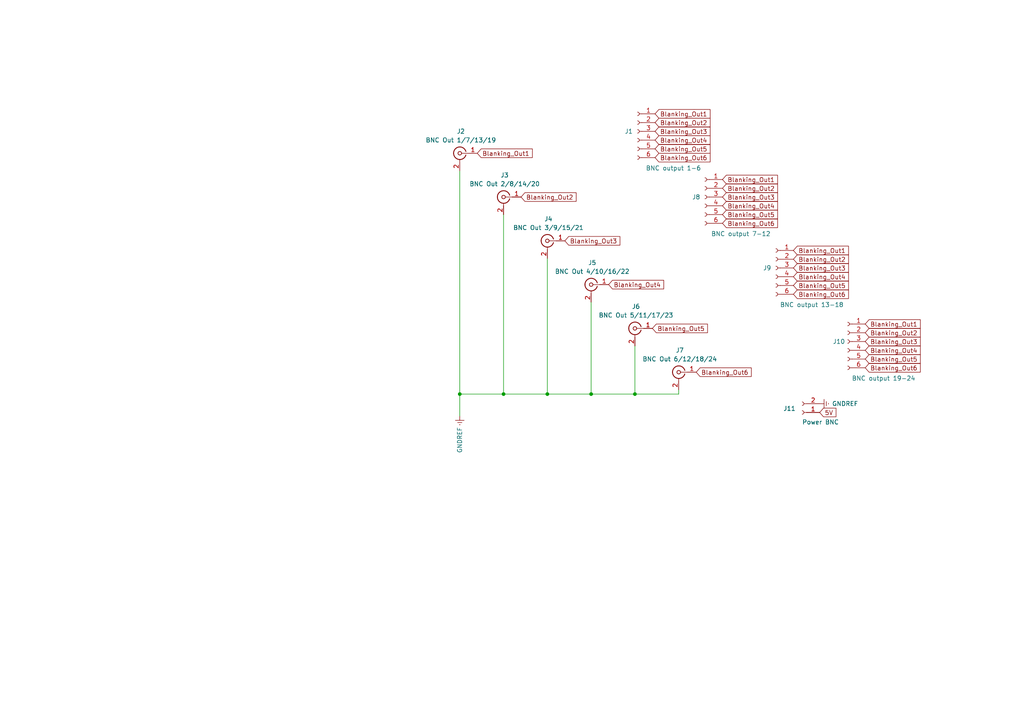
<source format=kicad_sch>
(kicad_sch (version 20230121) (generator eeschema)
  (paper "A4")
  (lib_symbols
    (symbol "Connector:Conn_01x02_Socket" (pin_names (offset 1.016) hide)
      (property "Reference" "J" (at 0 2.54 0))
      (property "Value" "Conn_01x02_Socket" (at 0 -5.08 0))
      (symbol "Conn_01x02_Socket_1_1"
        (arc (start 0 -2.032) (mid -0.5058 -2.54) (end 0 -3.048) (stroke (width 0.1524)))
        (polyline (pts (xy -1.27 -2.54) (xy -0.508 -2.54)) (stroke (width 0.1524)))
        (polyline (pts (xy -1.27 0) (xy -0.508 0)) (stroke (width 0.1524)))
        (arc (start 0 0.508) (mid -0.5058 0) (end 0 -0.508) (stroke (width 0.1524)))
        (pin passive line (at -5.08 0 0) (length 3.81) (name "Pin_1") (number "1"))
        (pin passive line (at -5.08 -2.54 0) (length 3.81) (name "Pin_2") (number "2"))
      )
    )
    (symbol "Connector:Conn_01x06_Socket" (pin_names (offset 1.016) hide)
      (property "Reference" "J" (at 0 7.62 0))
      (property "Value" "Conn_01x06_Socket" (at 0 -10.16 0))
      (symbol "Conn_01x06_Socket_1_1"
        (arc (start 0 -7.112) (mid -0.5058 -7.62) (end 0 -8.128) (stroke (width 0.1524)))
        (arc (start 0 -4.572) (mid -0.5058 -5.08) (end 0 -5.588) (stroke (width 0.1524)))
        (arc (start 0 -2.032) (mid -0.5058 -2.54) (end 0 -3.048) (stroke (width 0.1524)))
        (polyline (pts (xy -1.27 -7.62) (xy -0.508 -7.62)) (stroke (width 0.1524)))
        (polyline (pts (xy -1.27 -5.08) (xy -0.508 -5.08)) (stroke (width 0.1524)))
        (polyline (pts (xy -1.27 -2.54) (xy -0.508 -2.54)) (stroke (width 0.1524)))
        (polyline (pts (xy -1.27 0) (xy -0.508 0)) (stroke (width 0.1524)))
        (polyline (pts (xy -1.27 2.54) (xy -0.508 2.54)) (stroke (width 0.1524)))
        (polyline (pts (xy -1.27 5.08) (xy -0.508 5.08)) (stroke (width 0.1524)))
        (arc (start 0 0.508) (mid -0.5058 0) (end 0 -0.508) (stroke (width 0.1524)))
        (arc (start 0 3.048) (mid -0.5058 2.54) (end 0 2.032) (stroke (width 0.1524)))
        (arc (start 0 5.588) (mid -0.5058 5.08) (end 0 4.572) (stroke (width 0.1524)))
        (pin passive line (at -5.08 5.08 0) (length 3.81) (name "Pin_1") (number "1"))
        (pin passive line (at -5.08 2.54 0) (length 3.81) (name "Pin_2") (number "2"))
        (pin passive line (at -5.08 0 0) (length 3.81) (name "Pin_3") (number "3"))
        (pin passive line (at -5.08 -2.54 0) (length 3.81) (name "Pin_4") (number "4"))
        (pin passive line (at -5.08 -5.08 0) (length 3.81) (name "Pin_5") (number "5"))
        (pin passive line (at -5.08 -7.62 0) (length 3.81) (name "Pin_6") (number "6"))
      )
    )
    (symbol "Connector:Conn_Coaxial" (pin_names (offset 1.016) hide)
      (property "Reference" "J" (at 0.254 3.048 0))
      (property "Value" "Conn_Coaxial" (at 2.921 0 90))
      (symbol "Conn_Coaxial_0_1"
        (arc (start -1.778 -0.508) (mid 0.2311 -1.8066) (end 1.778 0) (stroke (width 0.254)))
        (polyline (pts (xy -2.54 0) (xy -0.508 0)))
        (polyline (pts (xy 0 -2.54) (xy 0 -1.778)))
        (circle (center 0 0) (radius 0.508) (stroke (width 0.2032)))
        (arc (start 1.778 0) (mid 0.2099 1.8101) (end -1.778 0.508) (stroke (width 0.254)))
      )
      (symbol "Conn_Coaxial_1_1"
        (pin passive line (at -5.08 0 0) (length 2.54) (name "In") (number "1"))
        (pin passive line (at 0 -5.08 90) (length 2.54) (name "Ext") (number "2"))
      )
    )
    (symbol "power:GNDREF" (power) (pin_names (offset 0))
      (property "Value" "GNDREF" (at 0 -3.81 0))
      (symbol "GNDREF_0_1"
        (polyline (pts (xy -0.635 -1.905) (xy 0.635 -1.905)))
        (polyline (pts (xy -0.127 -2.54) (xy 0.127 -2.54)))
        (polyline (pts (xy 0 -1.27) (xy 0 0)))
        (polyline (pts (xy 1.27 -1.27) (xy -1.27 -1.27)))
      )
      (symbol "GNDREF_1_1"
        (pin power_in line (at 0 0 270) (length 0) hide (name "GNDREF") (number "1"))
      )
    )
  )
  (junction (at 184.15 114.3))
  (junction (at 133.35 114.3))
  (junction (at 171.45 114.3))
  (junction (at 158.75 114.3))
  (junction (at 146.05 114.3))
  (wire (pts (xy 133.35 114.3) (xy 133.35 120.65)))
  (wire (pts (xy 133.35 114.3) (xy 146.05 114.3)))
  (wire (pts (xy 184.15 114.3) (xy 196.85 114.3)))
  (wire (pts (xy 146.05 114.3) (xy 158.75 114.3)))
  (wire (pts (xy 196.85 114.3) (xy 196.85 113.03)))
  (wire (pts (xy 171.45 114.3) (xy 184.15 114.3)))
  (wire (pts (xy 133.35 49.53) (xy 133.35 114.3)))
  (wire (pts (xy 171.45 87.63) (xy 171.45 114.3)))
  (wire (pts (xy 184.15 100.33) (xy 184.15 114.3)))
  (wire (pts (xy 158.75 114.3) (xy 171.45 114.3)))
  (wire (pts (xy 158.75 74.93) (xy 158.75 114.3)))
  (wire (pts (xy 146.05 62.23) (xy 146.05 114.3)))
  (global_label "Blanking_Out1" (shape input) (at 138.43 44.45 0) (property "Intersheetrefs" "${INTERSHEET_REFS}" (effects hide)))
  (global_label "Blanking_Out3" (shape input) (at 250.952 99.06 0) (property "Intersheetrefs" "${INTERSHEET_REFS}" (effects hide)))
  (global_label "Blanking_Out3" (shape input) (at 163.83 69.85 0) (property "Intersheetrefs" "${INTERSHEET_REFS}" (effects hide)))
  (global_label "Blanking_Out3" (shape input) (at 230.124 77.724 0) (property "Intersheetrefs" "${INTERSHEET_REFS}" (effects hide)))
  (global_label "Blanking_Out4" (shape input) (at 189.992 40.64 0) (property "Intersheetrefs" "${INTERSHEET_REFS}" (effects hide)))
  (global_label "Blanking_Out6" (shape input) (at 189.992 45.72 0) (property "Intersheetrefs" "${INTERSHEET_REFS}" (effects hide)))
  (global_label "Blanking_Out4" (shape input) (at 176.53 82.55 0) (property "Intersheetrefs" "${INTERSHEET_REFS}" (effects hide)))
  (global_label "Blanking_Out2" (shape input) (at 230.124 75.184 0) (property "Intersheetrefs" "${INTERSHEET_REFS}" (effects hide)))
  (global_label "Blanking_Out4" (shape input) (at 250.952 101.6 0) (property "Intersheetrefs" "${INTERSHEET_REFS}" (effects hide)))
  (global_label "Blanking_Out5" (shape input) (at 189.23 95.25 0) (property "Intersheetrefs" "${INTERSHEET_REFS}" (effects hide)))
  (global_label "Blanking_Out5" (shape input) (at 230.124 82.804 0) (property "Intersheetrefs" "${INTERSHEET_REFS}" (effects hide)))
  (global_label "Blanking_Out5" (shape input) (at 209.55 62.23 0) (property "Intersheetrefs" "${INTERSHEET_REFS}" (effects hide)))
  (global_label "Blanking_Out4" (shape input) (at 209.55 59.69 0) (property "Intersheetrefs" "${INTERSHEET_REFS}" (effects hide)))
  (global_label "Blanking_Out3" (shape input) (at 189.992 38.1 0) (property "Intersheetrefs" "${INTERSHEET_REFS}" (effects hide)))
  (global_label "Blanking_Out5" (shape input) (at 189.992 43.18 0) (property "Intersheetrefs" "${INTERSHEET_REFS}" (effects hide)))
  (global_label "Blanking_Out6" (shape input) (at 209.55 64.77 0) (property "Intersheetrefs" "${INTERSHEET_REFS}" (effects hide)))
  (global_label "Blanking_Out6" (shape input) (at 250.952 106.68 0) (property "Intersheetrefs" "${INTERSHEET_REFS}" (effects hide)))
  (global_label "Blanking_Out1" (shape input) (at 250.952 93.98 0) (property "Intersheetrefs" "${INTERSHEET_REFS}" (effects hide)))
  (global_label "5V" (shape input) (at 237.744 119.634 0) (property "Intersheetrefs" "${INTERSHEET_REFS}" (effects hide)))
  (global_label "Blanking_Out6" (shape input) (at 201.93 107.95 0) (property "Intersheetrefs" "${INTERSHEET_REFS}" (effects hide)))
  (global_label "Blanking_Out1" (shape input) (at 189.992 33.02 0) (property "Intersheetrefs" "${INTERSHEET_REFS}" (effects hide)))
  (global_label "Blanking_Out1" (shape input) (at 230.124 72.644 0) (property "Intersheetrefs" "${INTERSHEET_REFS}" (effects hide)))
  (global_label "Blanking_Out3" (shape input) (at 209.55 57.15 0) (property "Intersheetrefs" "${INTERSHEET_REFS}" (effects hide)))
  (global_label "Blanking_Out4" (shape input) (at 230.124 80.264 0) (property "Intersheetrefs" "${INTERSHEET_REFS}" (effects hide)))
  (global_label "Blanking_Out6" (shape input) (at 230.124 85.344 0) (property "Intersheetrefs" "${INTERSHEET_REFS}" (effects hide)))
  (global_label "Blanking_Out2" (shape input) (at 250.952 96.52 0) (property "Intersheetrefs" "${INTERSHEET_REFS}" (effects hide)))
  (global_label "Blanking_Out2" (shape input) (at 151.13 57.15 0) (property "Intersheetrefs" "${INTERSHEET_REFS}" (effects hide)))
  (global_label "Blanking_Out5" (shape input) (at 250.952 104.14 0) (property "Intersheetrefs" "${INTERSHEET_REFS}" (effects hide)))
  (global_label "Blanking_Out2" (shape input) (at 209.55 54.61 0) (property "Intersheetrefs" "${INTERSHEET_REFS}" (effects hide)))
  (global_label "Blanking_Out2" (shape input) (at 189.992 35.56 0) (property "Intersheetrefs" "${INTERSHEET_REFS}" (effects hide)))
  (global_label "Blanking_Out1" (shape input) (at 209.55 52.07 0) (property "Intersheetrefs" "${INTERSHEET_REFS}" (effects hide)))
  (symbol (lib_id "Connector:Conn_01x02_Socket") (at 232.664 119.634 180) (unit 1)
    (property "Reference" "J11" (at 228.981 118.491 0))
    (property "Value" "Power BNC" (at 237.998 122.428 0))
    (property "Footprint" "Connector_JST:JST_XH_B2B-XH-A_1x02_P2.50mm_Vertical" (effects hide))
  )
  (symbol (lib_id "power:GNDREF") (at 133.35 120.65 0) (unit 1)
    (property "Reference" "#PWR0102" (effects hide))
    (property "Value" "GNDREF" (at 133.35 127.635 90))
  )
  (symbol (lib_id "Connector:Conn_Coaxial") (at 171.45 82.55 0) (mirror y) (unit 1)
    (property "Reference" "J5" (at 171.7674 76.2 0))
    (property "Value" "BNC Out 4/10/16/22" (at 171.7674 78.74 0))
    (property "Footprint" "Maxime:BNC_Socket_TYCO-AMP_LargePads" (effects hide))
    (property "Datasheet" " ~" (effects hide))
  )
  (symbol (lib_id "Connector:Conn_Coaxial") (at 133.35 44.45 0) (mirror y) (unit 1)
    (property "Reference" "J2" (at 133.6674 38.1 0))
    (property "Value" "BNC Out 1/7/13/19" (at 133.6674 40.64 0))
    (property "Footprint" "Maxime:BNC_Socket_TYCO-AMP_LargePads" (effects hide))
    (property "Datasheet" " ~" (effects hide))
  )
  (symbol (lib_id "Connector:Conn_Coaxial") (at 158.75 69.85 0) (mirror y) (unit 1)
    (property "Reference" "J4" (at 159.0674 63.5 0))
    (property "Value" "BNC Out 3/9/15/21" (at 159.0674 66.04 0))
    (property "Footprint" "Maxime:BNC_Socket_TYCO-AMP_LargePads" (effects hide))
    (property "Datasheet" " ~" (effects hide))
  )
  (symbol (lib_id "Connector:Conn_Coaxial") (at 146.05 57.15 0) (mirror y) (unit 1)
    (property "Reference" "J3" (at 146.3674 50.8 0))
    (property "Value" "BNC Out 2/8/14/20" (at 146.3674 53.34 0))
    (property "Footprint" "Maxime:BNC_Socket_TYCO-AMP_LargePads" (effects hide))
    (property "Datasheet" " ~" (effects hide))
  )
  (symbol (lib_id "Connector:Conn_Coaxial") (at 196.85 107.95 0) (mirror y) (unit 1)
    (property "Reference" "J7" (at 197.1674 101.6 0))
    (property "Value" "BNC Out 6/12/18/24" (at 197.1674 104.14 0))
    (property "Footprint" "Maxime:BNC_Socket_TYCO-AMP_LargePads" (effects hide))
    (property "Datasheet" " ~" (effects hide))
  )
  (symbol (lib_id "Connector:Conn_01x06_Socket") (at 245.872 99.06 0) (mirror y) (unit 1)
    (property "Reference" "J10" (at 243.332 99.06 0))
    (property "Value" "BNC output 19-24" (at 256.286 109.728 0))
    (property "Footprint" "Connector_JST:JST_XH_B6B-XH-A_1x06_P2.50mm_Vertical" (effects hide))
  )
  (symbol (lib_id "Connector:Conn_Coaxial") (at 184.15 95.25 0) (mirror y) (unit 1)
    (property "Reference" "J6" (at 184.4674 88.9 0))
    (property "Value" "BNC Out 5/11/17/23" (at 184.4674 91.44 0))
    (property "Footprint" "Maxime:BNC_Socket_TYCO-AMP_LargePads" (effects hide))
    (property "Datasheet" " ~" (effects hide))
  )
  (symbol (lib_id "Connector:Conn_01x06_Socket") (at 204.47 57.15 0) (mirror y) (unit 1)
    (property "Reference" "J8" (at 201.93 57.15 0))
    (property "Value" "BNC output 7-12" (at 214.884 67.818 0))
    (property "Footprint" "Connector_JST:JST_XH_B6B-XH-A_1x06_P2.50mm_Vertical" (effects hide))
  )
  (symbol (lib_id "Connector:Conn_01x06_Socket") (at 225.044 77.724 0) (mirror y) (unit 1)
    (property "Reference" "J9" (at 222.504 77.724 0))
    (property "Value" "BNC output 13-18" (at 235.458 88.392 0))
    (property "Footprint" "Connector_JST:JST_XH_B6B-XH-A_1x06_P2.50mm_Vertical" (effects hide))
  )
  (symbol (lib_id "Connector:Conn_01x06_Socket") (at 184.912 38.1 0) (mirror y) (unit 1)
    (property "Reference" "J1" (at 182.372 38.1 0))
    (property "Value" "BNC output 1-6" (at 195.326 48.768 0))
    (property "Footprint" "Connector_JST:JST_XH_B6B-XH-A_1x06_P2.50mm_Vertical" (effects hide))
  )
  (symbol (lib_id "power:GNDREF") (at 237.744 117.094 90) (unit 1)
    (property "Reference" "#PWR01" (effects hide))
    (property "Value" "GNDREF" (at 245.11 117.094 90))
  )
)
</source>
